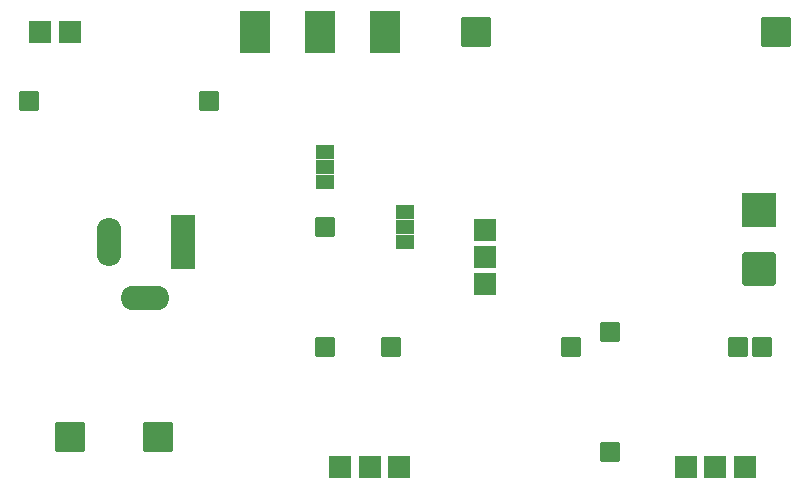
<source format=gbr>
%TF.GenerationSoftware,KiCad,Pcbnew,9.0.1*%
%TF.CreationDate,2025-04-21T17:26:17+02:00*%
%TF.ProjectId,TIP3055VariablePowerSupply,54495033-3035-4355-9661-726961626c65,rev?*%
%TF.SameCoordinates,Original*%
%TF.FileFunction,Soldermask,Bot*%
%TF.FilePolarity,Negative*%
%FSLAX46Y46*%
G04 Gerber Fmt 4.6, Leading zero omitted, Abs format (unit mm)*
G04 Created by KiCad (PCBNEW 9.0.1) date 2025-04-21 17:26:17*
%MOMM*%
%LPD*%
G01*
G04 APERTURE LIST*
G04 Aperture macros list*
%AMRoundRect*
0 Rectangle with rounded corners*
0 $1 Rounding radius*
0 $2 $3 $4 $5 $6 $7 $8 $9 X,Y pos of 4 corners*
0 Add a 4 corners polygon primitive as box body*
4,1,4,$2,$3,$4,$5,$6,$7,$8,$9,$2,$3,0*
0 Add four circle primitives for the rounded corners*
1,1,$1+$1,$2,$3*
1,1,$1+$1,$4,$5*
1,1,$1+$1,$6,$7*
1,1,$1+$1,$8,$9*
0 Add four rect primitives between the rounded corners*
20,1,$1+$1,$2,$3,$4,$5,0*
20,1,$1+$1,$4,$5,$6,$7,0*
20,1,$1+$1,$6,$7,$8,$9,0*
20,1,$1+$1,$8,$9,$2,$3,0*%
G04 Aperture macros list end*
%ADD10RoundRect,0.038000X-0.900000X0.900000X-0.900000X-0.900000X0.900000X-0.900000X0.900000X0.900000X0*%
%ADD11RoundRect,0.038000X-0.800000X0.800000X-0.800000X-0.800000X0.800000X-0.800000X0.800000X0.800000X0*%
%ADD12RoundRect,0.038000X0.800000X0.800000X-0.800000X0.800000X-0.800000X-0.800000X0.800000X-0.800000X0*%
%ADD13RoundRect,0.038000X1.200000X1.200000X-1.200000X1.200000X-1.200000X-1.200000X1.200000X-1.200000X0*%
%ADD14RoundRect,0.038000X-1.000000X-2.250000X1.000000X-2.250000X1.000000X2.250000X-1.000000X2.250000X0*%
%ADD15O,2.076000X4.076000*%
%ADD16O,4.076000X2.076000*%
%ADD17RoundRect,0.038000X-0.900000X0.855000X-0.900000X-0.855000X0.900000X-0.855000X0.900000X0.855000X0*%
%ADD18RoundRect,0.038000X-0.750000X0.525000X-0.750000X-0.525000X0.750000X-0.525000X0.750000X0.525000X0*%
%ADD19RoundRect,0.038000X-1.250000X-1.750000X1.250000X-1.750000X1.250000X1.750000X-1.250000X1.750000X0*%
%ADD20RoundRect,0.038000X-1.200000X-1.200000X1.200000X-1.200000X1.200000X1.200000X-1.200000X1.200000X0*%
%ADD21RoundRect,0.038000X0.750000X-0.525000X0.750000X0.525000X-0.750000X0.525000X-0.750000X-0.525000X0*%
%ADD22RoundRect,0.038000X0.900000X0.900000X-0.900000X0.900000X-0.900000X-0.900000X0.900000X-0.900000X0*%
%ADD23RoundRect,0.256787X1.181213X-1.181213X1.181213X1.181213X-1.181213X1.181213X-1.181213X-1.181213X0*%
%ADD24RoundRect,0.038000X1.400000X-1.400000X1.400000X1.400000X-1.400000X1.400000X-1.400000X-1.400000X0*%
G04 APERTURE END LIST*
D10*
%TO.C,RV1*%
X168732755Y-105410000D03*
X166232755Y-105410000D03*
X163732755Y-105410000D03*
%TD*%
%TO.C,RV2*%
X139482755Y-105410000D03*
X136982755Y-105410000D03*
X134482755Y-105410000D03*
%TD*%
D11*
%TO.C,R3*%
X157302755Y-93980000D03*
X157302755Y-104140000D03*
%TD*%
D12*
%TO.C,R2*%
X154000000Y-95250000D03*
X138760000Y-95250000D03*
%TD*%
%TO.C,R1*%
X108142755Y-74370000D03*
X123382755Y-74370000D03*
%TD*%
D13*
%TO.C,C1*%
X119082755Y-102870000D03*
X111582755Y-102870000D03*
%TD*%
D14*
%TO.C,J1*%
X121122755Y-86360000D03*
D15*
X114922755Y-86360000D03*
D16*
X117922755Y-91060000D03*
%TD*%
D17*
%TO.C,Q1*%
X146767755Y-89915000D03*
X146767755Y-87635000D03*
X146767755Y-85355000D03*
%TD*%
D18*
%TO.C,Q2*%
X133172755Y-81280000D03*
X133172755Y-80010000D03*
X133172755Y-78740000D03*
%TD*%
D19*
%TO.C,Q4*%
X138252755Y-68580000D03*
X132777755Y-68580000D03*
X127302755Y-68580000D03*
%TD*%
D20*
%TO.C,R5*%
X171400000Y-68580000D03*
X146000000Y-68580000D03*
%TD*%
D12*
%TO.C,C2*%
X168180000Y-95250000D03*
X170180000Y-95250000D03*
%TD*%
D21*
%TO.C,Q3*%
X140000000Y-83820000D03*
X140000000Y-85090000D03*
X140000000Y-86360000D03*
%TD*%
D22*
%TO.C,D1*%
X109042755Y-68580000D03*
X111582755Y-68580000D03*
%TD*%
D11*
%TO.C,R4*%
X133172755Y-95250000D03*
X133172755Y-85090000D03*
%TD*%
D23*
%TO.C,J2*%
X169970255Y-88610000D03*
D24*
X169970255Y-83610000D03*
%TD*%
M02*

</source>
